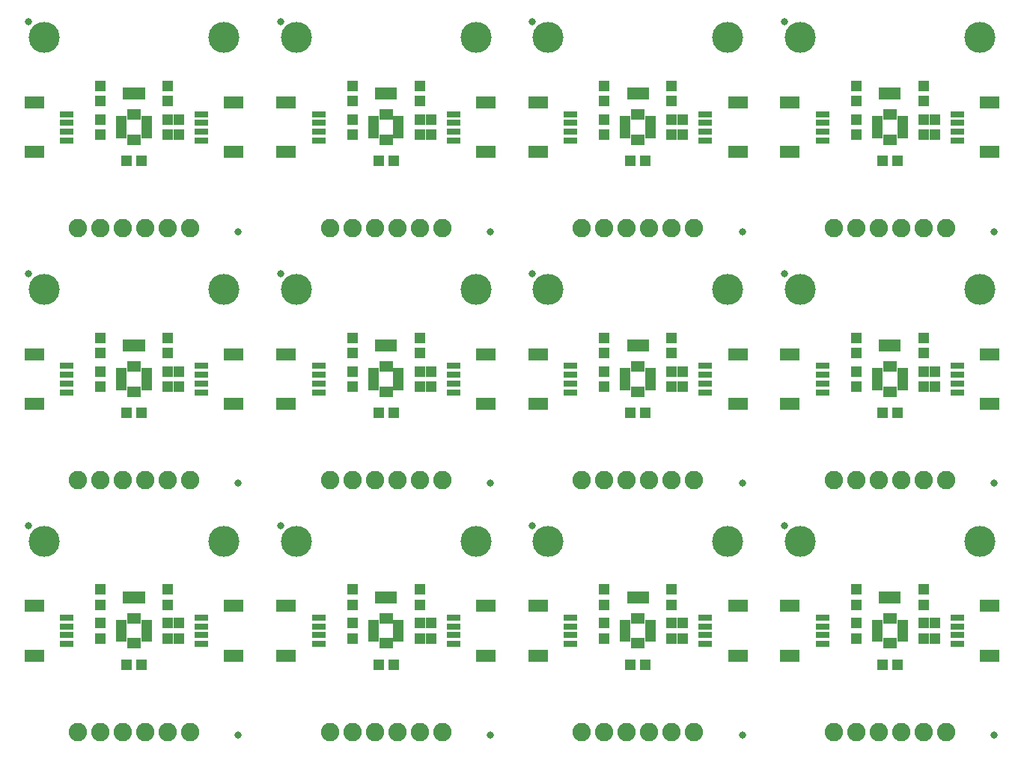
<source format=gts>
G75*
%MOIN*%
%OFA0B0*%
%FSLAX25Y25*%
%IPPOS*%
%LPD*%
%AMOC8*
5,1,8,0,0,1.08239X$1,22.5*
%
%ADD10C,0.13800*%
%ADD11C,0.03300*%
%ADD12R,0.04737X0.05131*%
%ADD13R,0.03300X0.05800*%
%ADD14R,0.08674X0.05524*%
%ADD15R,0.06115X0.03162*%
%ADD16C,0.08200*%
%ADD17R,0.04737X0.01981*%
%ADD18R,0.01981X0.04737*%
%ADD19R,0.05131X0.04737*%
D10*
X0064514Y0124965D03*
X0144514Y0124965D03*
X0176719Y0124965D03*
X0256719Y0124965D03*
X0288924Y0124965D03*
X0368924Y0124965D03*
X0401129Y0124965D03*
X0481129Y0124965D03*
X0481129Y0237169D03*
X0401129Y0237169D03*
X0368924Y0237169D03*
X0288924Y0237169D03*
X0256719Y0237169D03*
X0176719Y0237169D03*
X0144514Y0237169D03*
X0064514Y0237169D03*
X0064514Y0349374D03*
X0144514Y0349374D03*
X0176719Y0349374D03*
X0256719Y0349374D03*
X0288924Y0349374D03*
X0368924Y0349374D03*
X0401129Y0349374D03*
X0481129Y0349374D03*
D11*
X0394129Y0356374D03*
X0281924Y0356374D03*
X0169719Y0356374D03*
X0057514Y0356374D03*
X0151014Y0262874D03*
X0169719Y0244169D03*
X0263219Y0262874D03*
X0281924Y0244169D03*
X0375424Y0262874D03*
X0394129Y0244169D03*
X0487629Y0262874D03*
X0487629Y0150669D03*
X0394129Y0131965D03*
X0375424Y0150669D03*
X0281924Y0131965D03*
X0263219Y0150669D03*
X0169719Y0131965D03*
X0151014Y0150669D03*
X0057514Y0131965D03*
X0151014Y0038465D03*
X0263219Y0038465D03*
X0375424Y0038465D03*
X0487629Y0038465D03*
X0057514Y0244169D03*
D12*
X0089514Y0215516D03*
X0089514Y0208823D03*
X0089514Y0200516D03*
X0089514Y0193823D03*
X0119514Y0193823D03*
X0124514Y0193823D03*
X0124514Y0200516D03*
X0119514Y0200516D03*
X0119514Y0208823D03*
X0119514Y0215516D03*
X0201719Y0215516D03*
X0201719Y0208823D03*
X0201719Y0200516D03*
X0201719Y0193823D03*
X0231719Y0193823D03*
X0236719Y0193823D03*
X0236719Y0200516D03*
X0231719Y0200516D03*
X0231719Y0208823D03*
X0231719Y0215516D03*
X0313924Y0215516D03*
X0313924Y0208823D03*
X0313924Y0200516D03*
X0313924Y0193823D03*
X0343924Y0193823D03*
X0348924Y0193823D03*
X0348924Y0200516D03*
X0343924Y0200516D03*
X0343924Y0208823D03*
X0343924Y0215516D03*
X0426129Y0215516D03*
X0426129Y0208823D03*
X0426129Y0200516D03*
X0426129Y0193823D03*
X0456129Y0193823D03*
X0461129Y0193823D03*
X0461129Y0200516D03*
X0456129Y0200516D03*
X0456129Y0208823D03*
X0456129Y0215516D03*
X0456129Y0306028D03*
X0461129Y0306028D03*
X0461129Y0312720D03*
X0456129Y0312720D03*
X0456129Y0321028D03*
X0456129Y0327720D03*
X0426129Y0327720D03*
X0426129Y0321028D03*
X0426129Y0312720D03*
X0426129Y0306028D03*
X0348924Y0306028D03*
X0343924Y0306028D03*
X0343924Y0312720D03*
X0348924Y0312720D03*
X0343924Y0321028D03*
X0343924Y0327720D03*
X0313924Y0327720D03*
X0313924Y0321028D03*
X0313924Y0312720D03*
X0313924Y0306028D03*
X0236719Y0306028D03*
X0231719Y0306028D03*
X0231719Y0312720D03*
X0236719Y0312720D03*
X0231719Y0321028D03*
X0231719Y0327720D03*
X0201719Y0327720D03*
X0201719Y0321028D03*
X0201719Y0312720D03*
X0201719Y0306028D03*
X0124514Y0306028D03*
X0119514Y0306028D03*
X0119514Y0312720D03*
X0124514Y0312720D03*
X0119514Y0321028D03*
X0119514Y0327720D03*
X0089514Y0327720D03*
X0089514Y0321028D03*
X0089514Y0312720D03*
X0089514Y0306028D03*
X0089514Y0103311D03*
X0089514Y0096618D03*
X0089514Y0088311D03*
X0089514Y0081618D03*
X0119514Y0081618D03*
X0124514Y0081618D03*
X0124514Y0088311D03*
X0119514Y0088311D03*
X0119514Y0096618D03*
X0119514Y0103311D03*
X0201719Y0103311D03*
X0201719Y0096618D03*
X0201719Y0088311D03*
X0201719Y0081618D03*
X0231719Y0081618D03*
X0236719Y0081618D03*
X0236719Y0088311D03*
X0231719Y0088311D03*
X0231719Y0096618D03*
X0231719Y0103311D03*
X0313924Y0103311D03*
X0313924Y0096618D03*
X0313924Y0088311D03*
X0313924Y0081618D03*
X0343924Y0081618D03*
X0348924Y0081618D03*
X0348924Y0088311D03*
X0343924Y0088311D03*
X0343924Y0096618D03*
X0343924Y0103311D03*
X0426129Y0103311D03*
X0426129Y0096618D03*
X0426129Y0088311D03*
X0426129Y0081618D03*
X0456129Y0081618D03*
X0461129Y0081618D03*
X0461129Y0088311D03*
X0456129Y0088311D03*
X0456129Y0096618D03*
X0456129Y0103311D03*
D13*
X0444329Y0099965D03*
X0441129Y0099965D03*
X0437929Y0099965D03*
X0332124Y0099965D03*
X0328924Y0099965D03*
X0325724Y0099965D03*
X0219919Y0099965D03*
X0216719Y0099965D03*
X0213519Y0099965D03*
X0107714Y0099965D03*
X0104514Y0099965D03*
X0101314Y0099965D03*
X0101314Y0212169D03*
X0104514Y0212169D03*
X0107714Y0212169D03*
X0213519Y0212169D03*
X0216719Y0212169D03*
X0219919Y0212169D03*
X0325724Y0212169D03*
X0328924Y0212169D03*
X0332124Y0212169D03*
X0437929Y0212169D03*
X0441129Y0212169D03*
X0444329Y0212169D03*
X0444329Y0324374D03*
X0441129Y0324374D03*
X0437929Y0324374D03*
X0332124Y0324374D03*
X0328924Y0324374D03*
X0325724Y0324374D03*
X0219919Y0324374D03*
X0216719Y0324374D03*
X0213519Y0324374D03*
X0107714Y0324374D03*
X0104514Y0324374D03*
X0101314Y0324374D03*
D14*
X0060046Y0320398D03*
X0060046Y0298350D03*
X0148983Y0298350D03*
X0172251Y0298350D03*
X0172251Y0320398D03*
X0148983Y0320398D03*
X0261188Y0320398D03*
X0284455Y0320398D03*
X0284455Y0298350D03*
X0261188Y0298350D03*
X0373392Y0298350D03*
X0396660Y0298350D03*
X0396660Y0320398D03*
X0373392Y0320398D03*
X0485597Y0320398D03*
X0485597Y0298350D03*
X0485597Y0208193D03*
X0485597Y0186146D03*
X0396660Y0186146D03*
X0373392Y0186146D03*
X0373392Y0208193D03*
X0396660Y0208193D03*
X0284455Y0208193D03*
X0261188Y0208193D03*
X0261188Y0186146D03*
X0284455Y0186146D03*
X0172251Y0186146D03*
X0148983Y0186146D03*
X0148983Y0208193D03*
X0172251Y0208193D03*
X0060046Y0208193D03*
X0060046Y0186146D03*
X0060046Y0095988D03*
X0060046Y0073941D03*
X0148983Y0073941D03*
X0172251Y0073941D03*
X0172251Y0095988D03*
X0148983Y0095988D03*
X0261188Y0095988D03*
X0284455Y0095988D03*
X0284455Y0073941D03*
X0261188Y0073941D03*
X0373392Y0073941D03*
X0396660Y0073941D03*
X0396660Y0095988D03*
X0373392Y0095988D03*
X0485597Y0095988D03*
X0485597Y0073941D03*
D15*
X0471129Y0079059D03*
X0471129Y0082996D03*
X0471129Y0086933D03*
X0471129Y0090870D03*
X0411129Y0090870D03*
X0411129Y0086933D03*
X0411129Y0082996D03*
X0411129Y0079059D03*
X0358924Y0079059D03*
X0358924Y0082996D03*
X0358924Y0086933D03*
X0358924Y0090870D03*
X0298924Y0090870D03*
X0298924Y0086933D03*
X0298924Y0082996D03*
X0298924Y0079059D03*
X0246719Y0079059D03*
X0246719Y0082996D03*
X0246719Y0086933D03*
X0246719Y0090870D03*
X0186719Y0090870D03*
X0186719Y0086933D03*
X0186719Y0082996D03*
X0186719Y0079059D03*
X0134514Y0079059D03*
X0134514Y0082996D03*
X0134514Y0086933D03*
X0134514Y0090870D03*
X0074514Y0090870D03*
X0074514Y0086933D03*
X0074514Y0082996D03*
X0074514Y0079059D03*
X0074514Y0191264D03*
X0074514Y0195201D03*
X0074514Y0199138D03*
X0074514Y0203075D03*
X0134514Y0203075D03*
X0134514Y0199138D03*
X0134514Y0195201D03*
X0134514Y0191264D03*
X0186719Y0191264D03*
X0186719Y0195201D03*
X0186719Y0199138D03*
X0186719Y0203075D03*
X0246719Y0203075D03*
X0246719Y0199138D03*
X0246719Y0195201D03*
X0246719Y0191264D03*
X0298924Y0191264D03*
X0298924Y0195201D03*
X0298924Y0199138D03*
X0298924Y0203075D03*
X0358924Y0203075D03*
X0358924Y0199138D03*
X0358924Y0195201D03*
X0358924Y0191264D03*
X0411129Y0191264D03*
X0411129Y0195201D03*
X0411129Y0199138D03*
X0411129Y0203075D03*
X0471129Y0203075D03*
X0471129Y0199138D03*
X0471129Y0195201D03*
X0471129Y0191264D03*
X0471129Y0303469D03*
X0471129Y0307406D03*
X0471129Y0311343D03*
X0471129Y0315280D03*
X0411129Y0315280D03*
X0411129Y0311343D03*
X0411129Y0307406D03*
X0411129Y0303469D03*
X0358924Y0303469D03*
X0358924Y0307406D03*
X0358924Y0311343D03*
X0358924Y0315280D03*
X0298924Y0315280D03*
X0298924Y0311343D03*
X0298924Y0307406D03*
X0298924Y0303469D03*
X0246719Y0303469D03*
X0246719Y0307406D03*
X0246719Y0311343D03*
X0246719Y0315280D03*
X0186719Y0315280D03*
X0186719Y0311343D03*
X0186719Y0307406D03*
X0186719Y0303469D03*
X0134514Y0303469D03*
X0134514Y0307406D03*
X0134514Y0311343D03*
X0134514Y0315280D03*
X0074514Y0315280D03*
X0074514Y0311343D03*
X0074514Y0307406D03*
X0074514Y0303469D03*
D16*
X0079514Y0039965D03*
X0089514Y0039965D03*
X0099514Y0039965D03*
X0109514Y0039965D03*
X0119514Y0039965D03*
X0129514Y0039965D03*
X0191719Y0039965D03*
X0201719Y0039965D03*
X0211719Y0039965D03*
X0221719Y0039965D03*
X0231719Y0039965D03*
X0241719Y0039965D03*
X0303924Y0039965D03*
X0313924Y0039965D03*
X0323924Y0039965D03*
X0333924Y0039965D03*
X0343924Y0039965D03*
X0353924Y0039965D03*
X0416129Y0039965D03*
X0426129Y0039965D03*
X0436129Y0039965D03*
X0446129Y0039965D03*
X0456129Y0039965D03*
X0466129Y0039965D03*
X0466129Y0152169D03*
X0456129Y0152169D03*
X0446129Y0152169D03*
X0436129Y0152169D03*
X0426129Y0152169D03*
X0416129Y0152169D03*
X0353924Y0152169D03*
X0343924Y0152169D03*
X0333924Y0152169D03*
X0323924Y0152169D03*
X0313924Y0152169D03*
X0303924Y0152169D03*
X0241719Y0152169D03*
X0231719Y0152169D03*
X0221719Y0152169D03*
X0211719Y0152169D03*
X0201719Y0152169D03*
X0191719Y0152169D03*
X0129514Y0152169D03*
X0119514Y0152169D03*
X0109514Y0152169D03*
X0099514Y0152169D03*
X0089514Y0152169D03*
X0079514Y0152169D03*
X0079514Y0264374D03*
X0089514Y0264374D03*
X0099514Y0264374D03*
X0109514Y0264374D03*
X0119514Y0264374D03*
X0129514Y0264374D03*
X0191719Y0264374D03*
X0201719Y0264374D03*
X0211719Y0264374D03*
X0221719Y0264374D03*
X0231719Y0264374D03*
X0241719Y0264374D03*
X0303924Y0264374D03*
X0313924Y0264374D03*
X0323924Y0264374D03*
X0333924Y0264374D03*
X0343924Y0264374D03*
X0353924Y0264374D03*
X0416129Y0264374D03*
X0426129Y0264374D03*
X0436129Y0264374D03*
X0446129Y0264374D03*
X0456129Y0264374D03*
X0466129Y0264374D03*
D17*
X0446739Y0305437D03*
X0446739Y0307406D03*
X0446739Y0309374D03*
X0446739Y0311343D03*
X0446739Y0313311D03*
X0435518Y0313311D03*
X0435518Y0311343D03*
X0435518Y0309374D03*
X0435518Y0307406D03*
X0435518Y0305437D03*
X0334534Y0305437D03*
X0334534Y0307406D03*
X0334534Y0309374D03*
X0334534Y0311343D03*
X0334534Y0313311D03*
X0323314Y0313311D03*
X0323314Y0311343D03*
X0323314Y0309374D03*
X0323314Y0307406D03*
X0323314Y0305437D03*
X0222329Y0305437D03*
X0222329Y0307406D03*
X0222329Y0309374D03*
X0222329Y0311343D03*
X0222329Y0313311D03*
X0211109Y0313311D03*
X0211109Y0311343D03*
X0211109Y0309374D03*
X0211109Y0307406D03*
X0211109Y0305437D03*
X0110125Y0305437D03*
X0110125Y0307406D03*
X0110125Y0309374D03*
X0110125Y0311343D03*
X0110125Y0313311D03*
X0098904Y0313311D03*
X0098904Y0311343D03*
X0098904Y0309374D03*
X0098904Y0307406D03*
X0098904Y0305437D03*
X0098904Y0201106D03*
X0098904Y0199138D03*
X0098904Y0197169D03*
X0098904Y0195201D03*
X0098904Y0193232D03*
X0110125Y0193232D03*
X0110125Y0195201D03*
X0110125Y0197169D03*
X0110125Y0199138D03*
X0110125Y0201106D03*
X0211109Y0201106D03*
X0211109Y0199138D03*
X0211109Y0197169D03*
X0211109Y0195201D03*
X0211109Y0193232D03*
X0222329Y0193232D03*
X0222329Y0195201D03*
X0222329Y0197169D03*
X0222329Y0199138D03*
X0222329Y0201106D03*
X0323314Y0201106D03*
X0323314Y0199138D03*
X0323314Y0197169D03*
X0323314Y0195201D03*
X0323314Y0193232D03*
X0334534Y0193232D03*
X0334534Y0195201D03*
X0334534Y0197169D03*
X0334534Y0199138D03*
X0334534Y0201106D03*
X0435518Y0201106D03*
X0435518Y0199138D03*
X0435518Y0197169D03*
X0435518Y0195201D03*
X0435518Y0193232D03*
X0446739Y0193232D03*
X0446739Y0195201D03*
X0446739Y0197169D03*
X0446739Y0199138D03*
X0446739Y0201106D03*
X0446739Y0088902D03*
X0446739Y0086933D03*
X0446739Y0084965D03*
X0446739Y0082996D03*
X0446739Y0081028D03*
X0435518Y0081028D03*
X0435518Y0082996D03*
X0435518Y0084965D03*
X0435518Y0086933D03*
X0435518Y0088902D03*
X0334534Y0088902D03*
X0334534Y0086933D03*
X0334534Y0084965D03*
X0334534Y0082996D03*
X0334534Y0081028D03*
X0323314Y0081028D03*
X0323314Y0082996D03*
X0323314Y0084965D03*
X0323314Y0086933D03*
X0323314Y0088902D03*
X0222329Y0088902D03*
X0222329Y0086933D03*
X0222329Y0084965D03*
X0222329Y0082996D03*
X0222329Y0081028D03*
X0211109Y0081028D03*
X0211109Y0082996D03*
X0211109Y0084965D03*
X0211109Y0086933D03*
X0211109Y0088902D03*
X0110125Y0088902D03*
X0110125Y0086933D03*
X0110125Y0084965D03*
X0110125Y0082996D03*
X0110125Y0081028D03*
X0098904Y0081028D03*
X0098904Y0082996D03*
X0098904Y0084965D03*
X0098904Y0086933D03*
X0098904Y0088902D03*
D18*
X0102546Y0090575D03*
X0104514Y0090575D03*
X0106483Y0090575D03*
X0106483Y0079354D03*
X0104514Y0079354D03*
X0102546Y0079354D03*
X0214751Y0079354D03*
X0216719Y0079354D03*
X0218688Y0079354D03*
X0218688Y0090575D03*
X0216719Y0090575D03*
X0214751Y0090575D03*
X0326955Y0090575D03*
X0328924Y0090575D03*
X0330892Y0090575D03*
X0330892Y0079354D03*
X0328924Y0079354D03*
X0326955Y0079354D03*
X0439160Y0079354D03*
X0441129Y0079354D03*
X0443097Y0079354D03*
X0443097Y0090575D03*
X0441129Y0090575D03*
X0439160Y0090575D03*
X0439160Y0191559D03*
X0441129Y0191559D03*
X0443097Y0191559D03*
X0443097Y0202780D03*
X0441129Y0202780D03*
X0439160Y0202780D03*
X0330892Y0202780D03*
X0328924Y0202780D03*
X0326955Y0202780D03*
X0326955Y0191559D03*
X0328924Y0191559D03*
X0330892Y0191559D03*
X0218688Y0191559D03*
X0216719Y0191559D03*
X0214751Y0191559D03*
X0214751Y0202780D03*
X0216719Y0202780D03*
X0218688Y0202780D03*
X0106483Y0202780D03*
X0104514Y0202780D03*
X0102546Y0202780D03*
X0102546Y0191559D03*
X0104514Y0191559D03*
X0106483Y0191559D03*
X0106483Y0303764D03*
X0104514Y0303764D03*
X0102546Y0303764D03*
X0102546Y0314984D03*
X0104514Y0314984D03*
X0106483Y0314984D03*
X0214751Y0314984D03*
X0216719Y0314984D03*
X0218688Y0314984D03*
X0218688Y0303764D03*
X0216719Y0303764D03*
X0214751Y0303764D03*
X0326955Y0303764D03*
X0328924Y0303764D03*
X0330892Y0303764D03*
X0330892Y0314984D03*
X0328924Y0314984D03*
X0326955Y0314984D03*
X0439160Y0314984D03*
X0441129Y0314984D03*
X0443097Y0314984D03*
X0443097Y0303764D03*
X0441129Y0303764D03*
X0439160Y0303764D03*
D19*
X0437782Y0294374D03*
X0444475Y0294374D03*
X0332270Y0294374D03*
X0325577Y0294374D03*
X0220066Y0294374D03*
X0213373Y0294374D03*
X0107861Y0294374D03*
X0101168Y0294374D03*
X0101168Y0182169D03*
X0107861Y0182169D03*
X0213373Y0182169D03*
X0220066Y0182169D03*
X0325577Y0182169D03*
X0332270Y0182169D03*
X0437782Y0182169D03*
X0444475Y0182169D03*
X0444475Y0069965D03*
X0437782Y0069965D03*
X0332270Y0069965D03*
X0325577Y0069965D03*
X0220066Y0069965D03*
X0213373Y0069965D03*
X0107861Y0069965D03*
X0101168Y0069965D03*
M02*

</source>
